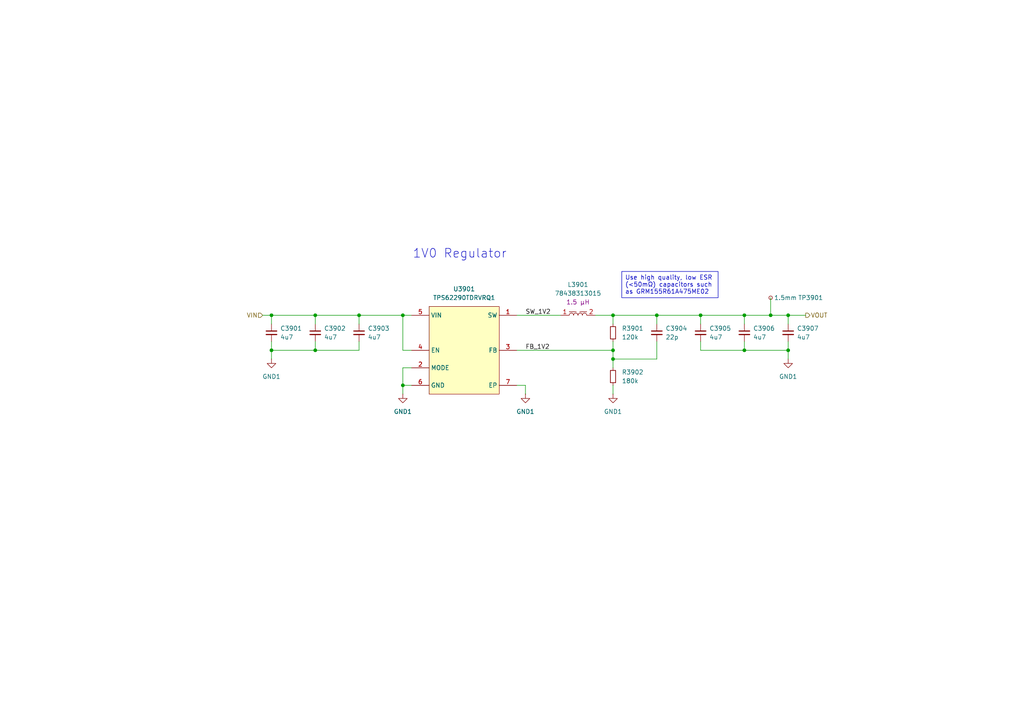
<source format=kicad_sch>
(kicad_sch
	(version 20250114)
	(generator "eeschema")
	(generator_version "9.0")
	(uuid "f18fc87d-cbc7-4ed0-9079-b77cd4454c05")
	(paper "A4")
	(lib_symbols
		(symbol "Connector:TestPoint_Small"
			(pin_numbers
				(hide yes)
			)
			(pin_names
				(offset 0.762)
				(hide yes)
			)
			(exclude_from_sim no)
			(in_bom yes)
			(on_board yes)
			(property "Reference" "TP"
				(at 0 3.81 0)
				(effects
					(font
						(size 1.27 1.27)
					)
				)
			)
			(property "Value" "TestPoint_Small"
				(at 0 2.032 0)
				(effects
					(font
						(size 1.27 1.27)
					)
				)
			)
			(property "Footprint" ""
				(at 5.08 0 0)
				(effects
					(font
						(size 1.27 1.27)
					)
					(hide yes)
				)
			)
			(property "Datasheet" "~"
				(at 5.08 0 0)
				(effects
					(font
						(size 1.27 1.27)
					)
					(hide yes)
				)
			)
			(property "Description" "test point"
				(at 0 0 0)
				(effects
					(font
						(size 1.27 1.27)
					)
					(hide yes)
				)
			)
			(property "ki_keywords" "test point tp"
				(at 0 0 0)
				(effects
					(font
						(size 1.27 1.27)
					)
					(hide yes)
				)
			)
			(property "ki_fp_filters" "Pin* Test*"
				(at 0 0 0)
				(effects
					(font
						(size 1.27 1.27)
					)
					(hide yes)
				)
			)
			(symbol "TestPoint_Small_0_1"
				(circle
					(center 0 0)
					(radius 0.508)
					(stroke
						(width 0)
						(type default)
					)
					(fill
						(type none)
					)
				)
			)
			(symbol "TestPoint_Small_1_1"
				(pin passive line
					(at 0 0 90)
					(length 0)
					(name "1"
						(effects
							(font
								(size 1.27 1.27)
							)
						)
					)
					(number "1"
						(effects
							(font
								(size 1.27 1.27)
							)
						)
					)
				)
			)
			(embedded_fonts no)
		)
		(symbol "Device:C_Small"
			(pin_numbers
				(hide yes)
			)
			(pin_names
				(offset 0.254)
				(hide yes)
			)
			(exclude_from_sim no)
			(in_bom yes)
			(on_board yes)
			(property "Reference" "C"
				(at 0.254 1.778 0)
				(effects
					(font
						(size 1.27 1.27)
					)
					(justify left)
				)
			)
			(property "Value" "C_Small"
				(at 0.254 -2.032 0)
				(effects
					(font
						(size 1.27 1.27)
					)
					(justify left)
				)
			)
			(property "Footprint" ""
				(at 0 0 0)
				(effects
					(font
						(size 1.27 1.27)
					)
					(hide yes)
				)
			)
			(property "Datasheet" "~"
				(at 0 0 0)
				(effects
					(font
						(size 1.27 1.27)
					)
					(hide yes)
				)
			)
			(property "Description" "Unpolarized capacitor, small symbol"
				(at 0 0 0)
				(effects
					(font
						(size 1.27 1.27)
					)
					(hide yes)
				)
			)
			(property "ki_keywords" "capacitor cap"
				(at 0 0 0)
				(effects
					(font
						(size 1.27 1.27)
					)
					(hide yes)
				)
			)
			(property "ki_fp_filters" "C_*"
				(at 0 0 0)
				(effects
					(font
						(size 1.27 1.27)
					)
					(hide yes)
				)
			)
			(symbol "C_Small_0_1"
				(polyline
					(pts
						(xy -1.524 0.508) (xy 1.524 0.508)
					)
					(stroke
						(width 0.3048)
						(type default)
					)
					(fill
						(type none)
					)
				)
				(polyline
					(pts
						(xy -1.524 -0.508) (xy 1.524 -0.508)
					)
					(stroke
						(width 0.3302)
						(type default)
					)
					(fill
						(type none)
					)
				)
			)
			(symbol "C_Small_1_1"
				(pin passive line
					(at 0 2.54 270)
					(length 2.032)
					(name "~"
						(effects
							(font
								(size 1.27 1.27)
							)
						)
					)
					(number "1"
						(effects
							(font
								(size 1.27 1.27)
							)
						)
					)
				)
				(pin passive line
					(at 0 -2.54 90)
					(length 2.032)
					(name "~"
						(effects
							(font
								(size 1.27 1.27)
							)
						)
					)
					(number "2"
						(effects
							(font
								(size 1.27 1.27)
							)
						)
					)
				)
			)
			(embedded_fonts no)
		)
		(symbol "Device:R_Small"
			(pin_numbers
				(hide yes)
			)
			(pin_names
				(offset 0.254)
				(hide yes)
			)
			(exclude_from_sim no)
			(in_bom yes)
			(on_board yes)
			(property "Reference" "R"
				(at 0 0 90)
				(effects
					(font
						(size 1.016 1.016)
					)
				)
			)
			(property "Value" "R_Small"
				(at 1.778 0 90)
				(effects
					(font
						(size 1.27 1.27)
					)
				)
			)
			(property "Footprint" ""
				(at 0 0 0)
				(effects
					(font
						(size 1.27 1.27)
					)
					(hide yes)
				)
			)
			(property "Datasheet" "~"
				(at 0 0 0)
				(effects
					(font
						(size 1.27 1.27)
					)
					(hide yes)
				)
			)
			(property "Description" "Resistor, small symbol"
				(at 0 0 0)
				(effects
					(font
						(size 1.27 1.27)
					)
					(hide yes)
				)
			)
			(property "ki_keywords" "R resistor"
				(at 0 0 0)
				(effects
					(font
						(size 1.27 1.27)
					)
					(hide yes)
				)
			)
			(property "ki_fp_filters" "R_*"
				(at 0 0 0)
				(effects
					(font
						(size 1.27 1.27)
					)
					(hide yes)
				)
			)
			(symbol "R_Small_0_1"
				(rectangle
					(start -0.762 1.778)
					(end 0.762 -1.778)
					(stroke
						(width 0.2032)
						(type default)
					)
					(fill
						(type none)
					)
				)
			)
			(symbol "R_Small_1_1"
				(pin passive line
					(at 0 2.54 270)
					(length 0.762)
					(name "~"
						(effects
							(font
								(size 1.27 1.27)
							)
						)
					)
					(number "1"
						(effects
							(font
								(size 1.27 1.27)
							)
						)
					)
				)
				(pin passive line
					(at 0 -2.54 90)
					(length 0.762)
					(name "~"
						(effects
							(font
								(size 1.27 1.27)
							)
						)
					)
					(number "2"
						(effects
							(font
								(size 1.27 1.27)
							)
						)
					)
				)
			)
			(embedded_fonts no)
		)
		(symbol "PWR-IND:1610_78438313015"
			(pin_names
				(hide yes)
			)
			(exclude_from_sim no)
			(in_bom yes)
			(on_board yes)
			(property "Reference" "L"
				(at 0 8.89 0)
				(effects
					(font
						(size 1.27 1.27)
					)
				)
			)
			(property "Value" "78438313015"
				(at 0 6.35 0)
				(effects
					(font
						(size 1.27 1.27)
					)
				)
			)
			(property "Footprint" "project_footprints:L_Wurth_WE-MAIA-1610"
				(at 12.7 20.32 0)
				(effects
					(font
						(size 1.27 1.27)
					)
					(justify left)
					(hide yes)
				)
			)
			(property "Datasheet" "https://www.we-online.com/catalog/datasheet/78438313015.pdf?ki"
				(at 12.7 17.78 0)
				(effects
					(font
						(size 1.27 1.27)
					)
					(justify left)
					(hide yes)
				)
			)
			(property "Description" "Single Coil Power Inductor"
				(at 0 0 0)
				(effects
					(font
						(size 1.27 1.27)
					)
					(hide yes)
				)
			)
			(property "Manufacturer" "Wurth Elektronik"
				(at 12.7 15.24 0)
				(effects
					(font
						(size 1.27 1.27)
					)
					(justify left)
					(hide yes)
				)
			)
			(property "Manufacturer URL" "https://www.we-online.com"
				(at 12.7 12.7 0)
				(effects
					(font
						(size 1.27 1.27)
					)
					(justify left)
					(hide yes)
				)
			)
			(property "Published Date" "20250429"
				(at 12.7 10.16 0)
				(effects
					(font
						(size 1.27 1.27)
					)
					(justify left)
					(hide yes)
				)
			)
			(property "Match Code" "WE-MAIA"
				(at 12.7 7.62 0)
				(effects
					(font
						(size 1.27 1.27)
					)
					(justify left)
					(hide yes)
				)
			)
			(property "Part Number" "78438313015"
				(at 12.7 5.08 0)
				(effects
					(font
						(size 1.27 1.27)
					)
					(justify left)
					(hide yes)
				)
			)
			(property "Size" "1610"
				(at 12.7 2.54 0)
				(effects
					(font
						(size 1.27 1.27)
					)
					(justify left)
					(hide yes)
				)
			)
			(property "Mounting Technology" "SMT"
				(at 12.7 0 0)
				(effects
					(font
						(size 1.27 1.27)
					)
					(justify left)
					(hide yes)
				)
			)
			(property "L (µH)" "1.5"
				(at 12.7 -2.54 0)
				(effects
					(font
						(size 1.27 1.27)
					)
					(justify left)
					(hide yes)
				)
			)
			(property "ISAT,10% (A)" "1.8"
				(at 12.7 -5.08 0)
				(effects
					(font
						(size 1.27 1.27)
					)
					(justify left)
					(hide yes)
				)
			)
			(property "ISAT,30% (A)" "3.45"
				(at 12.7 -7.62 0)
				(effects
					(font
						(size 1.27 1.27)
					)
					(justify left)
					(hide yes)
				)
			)
			(property "RDC max. (mΩ)" "237.0"
				(at 12.7 -10.16 0)
				(effects
					(font
						(size 1.27 1.27)
					)
					(justify left)
					(hide yes)
				)
			)
			(property "fres (MHz)" "90.0"
				(at 12.7 -12.7 0)
				(effects
					(font
						(size 1.27 1.27)
					)
					(justify left)
					(hide yes)
				)
			)
			(property "IRP,40K (A)" "1.8"
				(at 12.7 -15.24 0)
				(effects
					(font
						(size 1.27 1.27)
					)
					(justify left)
					(hide yes)
				)
			)
			(property "Critical Parameter" "1.5 µH"
				(at 0 3.81 0)
				(effects
					(font
						(size 1.27 1.27)
					)
				)
			)
			(property "ki_keywords" "SMT"
				(at 0 0 0)
				(effects
					(font
						(size 1.27 1.27)
					)
					(hide yes)
				)
			)
			(property "ki_fp_filters" "*WE-MAIA*1610*"
				(at 0 0 0)
				(effects
					(font
						(size 1.27 1.27)
					)
					(hide yes)
				)
			)
			(symbol "1610_78438313015_0_1"
				(polyline
					(pts
						(xy -2.54 1.016) (xy -0.508 1.016)
					)
					(stroke
						(width 0)
						(type default)
					)
					(fill
						(type none)
					)
				)
				(arc
					(start -2.54 0)
					(mid -1.905 0.6323)
					(end -1.27 0)
					(stroke
						(width 0)
						(type default)
					)
					(fill
						(type none)
					)
				)
				(arc
					(start -1.27 0)
					(mid -0.635 0.6323)
					(end 0 0)
					(stroke
						(width 0)
						(type default)
					)
					(fill
						(type none)
					)
				)
				(arc
					(start 0 0)
					(mid 0.635 0.6323)
					(end 1.27 0)
					(stroke
						(width 0)
						(type default)
					)
					(fill
						(type none)
					)
				)
				(arc
					(start 1.27 0)
					(mid 1.905 0.6323)
					(end 2.54 0)
					(stroke
						(width 0)
						(type default)
					)
					(fill
						(type none)
					)
				)
			)
			(symbol "1610_78438313015_1_1"
				(polyline
					(pts
						(xy 2.54 1.016) (xy 0.508 1.016)
					)
					(stroke
						(width 0)
						(type default)
					)
					(fill
						(type none)
					)
				)
				(pin power_in line
					(at -5.08 0 0)
					(length 2.54)
					(name "1"
						(effects
							(font
								(size 1.27 1.27)
							)
						)
					)
					(number "1"
						(effects
							(font
								(size 1.27 1.27)
							)
						)
					)
				)
				(pin power_out line
					(at 5.08 0 180)
					(length 2.54)
					(name "2"
						(effects
							(font
								(size 1.27 1.27)
							)
						)
					)
					(number "2"
						(effects
							(font
								(size 1.27 1.27)
							)
						)
					)
				)
			)
			(embedded_fonts no)
		)
		(symbol "PWR-SMPS:TPS62290TDRVRQ1"
			(exclude_from_sim no)
			(in_bom yes)
			(on_board yes)
			(property "Reference" "U"
				(at 0 5.08 0)
				(effects
					(font
						(size 1.27 1.27)
					)
				)
			)
			(property "Value" "TPS62290TDRVRQ1"
				(at 0 2.54 0)
				(effects
					(font
						(size 1.27 1.27)
					)
				)
			)
			(property "Footprint" "project_footprints:SON65P200X200X80-7N"
				(at 26.67 -94.92 0)
				(effects
					(font
						(size 1.27 1.27)
					)
					(justify left top)
					(hide yes)
				)
			)
			(property "Datasheet" "http://www.ti.com/lit/gpn/tps62290-q1"
				(at 26.67 -194.92 0)
				(effects
					(font
						(size 1.27 1.27)
					)
					(justify left top)
					(hide yes)
				)
			)
			(property "Description" "Automotive 2.3V to 6V, 2.25MHz Fixed Frequency 1A Buck Converter in 2x2mm SON/TSOT23 Package"
				(at 0 -27.94 0)
				(effects
					(font
						(size 1.27 1.27)
					)
					(hide yes)
				)
			)
			(property "Height" "0.8"
				(at 26.67 -394.92 0)
				(effects
					(font
						(size 1.27 1.27)
					)
					(justify left top)
					(hide yes)
				)
			)
			(property "Mouser Part Number" "595-TPS62290TDRVRQ1"
				(at 26.67 -494.92 0)
				(effects
					(font
						(size 1.27 1.27)
					)
					(justify left top)
					(hide yes)
				)
			)
			(property "Mouser Price/Stock" "https://www.mouser.co.uk/ProductDetail/Texas-Instruments/TPS62290TDRVRQ1?qs=NiBvnJE4bX0YWtuMnJowVQ%3D%3D"
				(at 26.67 -594.92 0)
				(effects
					(font
						(size 1.27 1.27)
					)
					(justify left top)
					(hide yes)
				)
			)
			(property "Manufacturer_Name" "Texas Instruments"
				(at 26.67 -694.92 0)
				(effects
					(font
						(size 1.27 1.27)
					)
					(justify left top)
					(hide yes)
				)
			)
			(property "Manufacturer_Part_Number" "TPS62290TDRVRQ1"
				(at 26.67 -794.92 0)
				(effects
					(font
						(size 1.27 1.27)
					)
					(justify left top)
					(hide yes)
				)
			)
			(symbol "TPS62290TDRVRQ1_1_1"
				(rectangle
					(start -10.16 0)
					(end 10.16 -25.4)
					(stroke
						(width 0)
						(type solid)
					)
					(fill
						(type background)
					)
				)
				(pin power_in line
					(at -15.24 -2.54 0)
					(length 5.08)
					(name "VIN"
						(effects
							(font
								(size 1.27 1.27)
							)
						)
					)
					(number "5"
						(effects
							(font
								(size 1.27 1.27)
							)
						)
					)
				)
				(pin input line
					(at -15.24 -12.7 0)
					(length 5.08)
					(name "EN"
						(effects
							(font
								(size 1.27 1.27)
							)
						)
					)
					(number "4"
						(effects
							(font
								(size 1.27 1.27)
							)
						)
					)
				)
				(pin input line
					(at -15.24 -17.78 0)
					(length 5.08)
					(name "MODE"
						(effects
							(font
								(size 1.27 1.27)
							)
						)
					)
					(number "2"
						(effects
							(font
								(size 1.27 1.27)
							)
						)
					)
				)
				(pin power_in line
					(at -15.24 -22.86 0)
					(length 5.08)
					(name "GND"
						(effects
							(font
								(size 1.27 1.27)
							)
						)
					)
					(number "6"
						(effects
							(font
								(size 1.27 1.27)
							)
						)
					)
				)
				(pin power_out line
					(at 15.24 -2.54 180)
					(length 5.08)
					(name "SW"
						(effects
							(font
								(size 1.27 1.27)
							)
						)
					)
					(number "1"
						(effects
							(font
								(size 1.27 1.27)
							)
						)
					)
				)
				(pin input line
					(at 15.24 -12.7 180)
					(length 5.08)
					(name "FB"
						(effects
							(font
								(size 1.27 1.27)
							)
						)
					)
					(number "3"
						(effects
							(font
								(size 1.27 1.27)
							)
						)
					)
				)
				(pin power_in line
					(at 15.24 -22.86 180)
					(length 5.08)
					(name "EP"
						(effects
							(font
								(size 1.27 1.27)
							)
						)
					)
					(number "7"
						(effects
							(font
								(size 1.27 1.27)
							)
						)
					)
				)
			)
			(embedded_fonts no)
		)
		(symbol "power:GND1"
			(power)
			(pin_numbers
				(hide yes)
			)
			(pin_names
				(offset 0)
				(hide yes)
			)
			(exclude_from_sim no)
			(in_bom yes)
			(on_board yes)
			(property "Reference" "#PWR"
				(at 0 -6.35 0)
				(effects
					(font
						(size 1.27 1.27)
					)
					(hide yes)
				)
			)
			(property "Value" "GND1"
				(at 0 -3.81 0)
				(effects
					(font
						(size 1.27 1.27)
					)
				)
			)
			(property "Footprint" ""
				(at 0 0 0)
				(effects
					(font
						(size 1.27 1.27)
					)
					(hide yes)
				)
			)
			(property "Datasheet" ""
				(at 0 0 0)
				(effects
					(font
						(size 1.27 1.27)
					)
					(hide yes)
				)
			)
			(property "Description" "Power symbol creates a global label with name \"GND1\" , ground"
				(at 0 0 0)
				(effects
					(font
						(size 1.27 1.27)
					)
					(hide yes)
				)
			)
			(property "ki_keywords" "global power"
				(at 0 0 0)
				(effects
					(font
						(size 1.27 1.27)
					)
					(hide yes)
				)
			)
			(symbol "GND1_0_1"
				(polyline
					(pts
						(xy 0 0) (xy 0 -1.27) (xy 1.27 -1.27) (xy 0 -2.54) (xy -1.27 -1.27) (xy 0 -1.27)
					)
					(stroke
						(width 0)
						(type default)
					)
					(fill
						(type none)
					)
				)
			)
			(symbol "GND1_1_1"
				(pin power_in line
					(at 0 0 270)
					(length 0)
					(name "~"
						(effects
							(font
								(size 1.27 1.27)
							)
						)
					)
					(number "1"
						(effects
							(font
								(size 1.27 1.27)
							)
						)
					)
				)
			)
			(embedded_fonts no)
		)
	)
	(text "1V0 Regulator"
		(exclude_from_sim no)
		(at 133.35 73.66 0)
		(effects
			(font
				(size 2.54 2.54)
			)
		)
		(uuid "f229725b-fc03-49f5-b32c-4fa5f914bfb4")
	)
	(text_box "Use high quality, low ESR (<50mΩ) capacitors such as GRM155R61A475ME02"
		(exclude_from_sim no)
		(at 180.34 78.74 0)
		(size 27.94 7.62)
		(margins 0.9525 0.9525 0.9525 0.9525)
		(stroke
			(width 0)
			(type solid)
		)
		(fill
			(type none)
		)
		(effects
			(font
				(size 1.27 1.27)
			)
			(justify left top)
		)
		(uuid "b9f21bfd-2f4d-4c5d-aa0d-60850ca24703")
	)
	(junction
		(at 116.84 111.76)
		(diameter 0)
		(color 0 0 0 0)
		(uuid "01b92895-fb86-4eab-a5e8-9af319f29eee")
	)
	(junction
		(at 228.6 91.44)
		(diameter 0)
		(color 0 0 0 0)
		(uuid "07f53afa-8775-435c-956c-89d03b57c85b")
	)
	(junction
		(at 177.8 91.44)
		(diameter 0)
		(color 0 0 0 0)
		(uuid "287ecbe5-ce81-4cf0-a81c-ca5ea191b52a")
	)
	(junction
		(at 104.14 91.44)
		(diameter 0)
		(color 0 0 0 0)
		(uuid "3478b9dd-69e8-40be-b4fc-2570d3181204")
	)
	(junction
		(at 177.8 104.14)
		(diameter 0)
		(color 0 0 0 0)
		(uuid "42d1b528-43a9-4ed3-994c-a879b549bbf4")
	)
	(junction
		(at 215.9 101.6)
		(diameter 0)
		(color 0 0 0 0)
		(uuid "458c3ef2-730d-4fd4-8e53-fe6777e7f87a")
	)
	(junction
		(at 223.52 91.44)
		(diameter 0)
		(color 0 0 0 0)
		(uuid "56750e4d-58d0-476f-994f-d8f01a7f0e80")
	)
	(junction
		(at 203.2 91.44)
		(diameter 0)
		(color 0 0 0 0)
		(uuid "571488f0-497b-4398-97e3-bd1c8a11077d")
	)
	(junction
		(at 215.9 91.44)
		(diameter 0)
		(color 0 0 0 0)
		(uuid "5d811618-7bc3-4a46-aa99-08c9e60ee436")
	)
	(junction
		(at 78.74 91.44)
		(diameter 0)
		(color 0 0 0 0)
		(uuid "7f0d62f7-c905-44d3-abec-d2f83c53df24")
	)
	(junction
		(at 116.84 91.44)
		(diameter 0)
		(color 0 0 0 0)
		(uuid "962c4502-f99a-4cdf-a593-fd97cfe96525")
	)
	(junction
		(at 78.74 101.6)
		(diameter 0)
		(color 0 0 0 0)
		(uuid "ab8134dd-aa8f-4832-bab1-d3262f468d1f")
	)
	(junction
		(at 228.6 101.6)
		(diameter 0)
		(color 0 0 0 0)
		(uuid "c3f6411a-519c-41f4-af08-2e4750803706")
	)
	(junction
		(at 91.44 91.44)
		(diameter 0)
		(color 0 0 0 0)
		(uuid "da93deb1-8b33-406b-a8ba-b10c25e20385")
	)
	(junction
		(at 177.8 101.6)
		(diameter 0)
		(color 0 0 0 0)
		(uuid "dd7f3f1d-2d16-4a90-a24f-b54ce51a7225")
	)
	(junction
		(at 190.5 91.44)
		(diameter 0)
		(color 0 0 0 0)
		(uuid "f4b61de4-d8b1-49f4-b1cf-09d9835a0821")
	)
	(junction
		(at 91.44 101.6)
		(diameter 0)
		(color 0 0 0 0)
		(uuid "fa15b4e2-2af1-4c3e-9b4a-f110d55ba3d9")
	)
	(wire
		(pts
			(xy 91.44 99.06) (xy 91.44 101.6)
		)
		(stroke
			(width 0)
			(type default)
		)
		(uuid "034973a6-94c3-4a5e-b3d8-af7bf14804a7")
	)
	(wire
		(pts
			(xy 177.8 99.06) (xy 177.8 101.6)
		)
		(stroke
			(width 0)
			(type default)
		)
		(uuid "098d45b2-3f8b-4473-b6c1-d19eb4a73036")
	)
	(wire
		(pts
			(xy 152.4 114.3) (xy 152.4 111.76)
		)
		(stroke
			(width 0)
			(type default)
		)
		(uuid "0a627897-f1ea-41b4-8187-fafe74363c46")
	)
	(wire
		(pts
			(xy 190.5 104.14) (xy 177.8 104.14)
		)
		(stroke
			(width 0)
			(type default)
		)
		(uuid "10b2ba30-5a1c-4c6c-9a18-63b3eada1931")
	)
	(wire
		(pts
			(xy 119.38 106.68) (xy 116.84 106.68)
		)
		(stroke
			(width 0)
			(type default)
		)
		(uuid "13d588c5-f529-4eb0-95c1-d47857e42067")
	)
	(wire
		(pts
			(xy 116.84 91.44) (xy 119.38 91.44)
		)
		(stroke
			(width 0)
			(type default)
		)
		(uuid "15b29666-fc5c-47b8-b788-75cced1c8c67")
	)
	(wire
		(pts
			(xy 228.6 104.14) (xy 228.6 101.6)
		)
		(stroke
			(width 0)
			(type default)
		)
		(uuid "17132533-dd76-471c-bbb8-5417ca4f2012")
	)
	(wire
		(pts
			(xy 177.8 101.6) (xy 177.8 104.14)
		)
		(stroke
			(width 0)
			(type default)
		)
		(uuid "2482a7f7-6e73-4732-822a-0c8b6d46b567")
	)
	(wire
		(pts
			(xy 190.5 99.06) (xy 190.5 104.14)
		)
		(stroke
			(width 0)
			(type default)
		)
		(uuid "2b7a5a64-64a7-4417-8e7a-be38fb7f28fe")
	)
	(wire
		(pts
			(xy 177.8 91.44) (xy 177.8 93.98)
		)
		(stroke
			(width 0)
			(type default)
		)
		(uuid "3121e0f8-7a40-464c-a95a-f004ecd92e7e")
	)
	(wire
		(pts
			(xy 78.74 99.06) (xy 78.74 101.6)
		)
		(stroke
			(width 0)
			(type default)
		)
		(uuid "35740dcf-ac64-408b-8923-32572d8916c1")
	)
	(wire
		(pts
			(xy 91.44 91.44) (xy 91.44 93.98)
		)
		(stroke
			(width 0)
			(type default)
		)
		(uuid "4001cfc3-5b8f-4d67-85ba-9b96cae74ec3")
	)
	(wire
		(pts
			(xy 116.84 106.68) (xy 116.84 111.76)
		)
		(stroke
			(width 0)
			(type default)
		)
		(uuid "43f29f0c-fa21-40ef-a61f-b93f124e9fe5")
	)
	(wire
		(pts
			(xy 203.2 91.44) (xy 203.2 93.98)
		)
		(stroke
			(width 0)
			(type default)
		)
		(uuid "4a43cb3e-1d7b-4210-9b5e-f4c3b2d92b57")
	)
	(wire
		(pts
			(xy 203.2 91.44) (xy 215.9 91.44)
		)
		(stroke
			(width 0)
			(type default)
		)
		(uuid "4b430dc4-3e83-4e3a-b6ef-2f1eb9fd9ae2")
	)
	(wire
		(pts
			(xy 149.86 91.44) (xy 162.56 91.44)
		)
		(stroke
			(width 0)
			(type default)
		)
		(uuid "4c6e631a-2871-465e-9c6a-e6acf8f625fe")
	)
	(wire
		(pts
			(xy 104.14 99.06) (xy 104.14 101.6)
		)
		(stroke
			(width 0)
			(type default)
		)
		(uuid "4f8a1156-bcb6-47d7-982a-d77d6acc95fe")
	)
	(wire
		(pts
			(xy 177.8 111.76) (xy 177.8 114.3)
		)
		(stroke
			(width 0)
			(type default)
		)
		(uuid "5cb460b8-772c-4dc3-9325-b3c5a58d2db8")
	)
	(wire
		(pts
			(xy 215.9 91.44) (xy 223.52 91.44)
		)
		(stroke
			(width 0)
			(type default)
		)
		(uuid "5cd92263-b9d2-448c-ae05-4c55d462c73e")
	)
	(wire
		(pts
			(xy 215.9 91.44) (xy 215.9 93.98)
		)
		(stroke
			(width 0)
			(type default)
		)
		(uuid "5e829737-7cfe-43f6-bb5f-63c45da9c72f")
	)
	(wire
		(pts
			(xy 119.38 101.6) (xy 116.84 101.6)
		)
		(stroke
			(width 0)
			(type default)
		)
		(uuid "61d72bb2-923a-4f36-b21b-88e1bb8d3d6e")
	)
	(wire
		(pts
			(xy 119.38 111.76) (xy 116.84 111.76)
		)
		(stroke
			(width 0)
			(type default)
		)
		(uuid "659fa528-616c-45ed-95d7-51f3216358fb")
	)
	(wire
		(pts
			(xy 149.86 101.6) (xy 177.8 101.6)
		)
		(stroke
			(width 0)
			(type default)
		)
		(uuid "66af6b38-20bd-4760-abeb-d68cf3973d85")
	)
	(wire
		(pts
			(xy 228.6 99.06) (xy 228.6 101.6)
		)
		(stroke
			(width 0)
			(type default)
		)
		(uuid "6c678170-c407-40c0-a24a-200ae7389d40")
	)
	(wire
		(pts
			(xy 228.6 101.6) (xy 215.9 101.6)
		)
		(stroke
			(width 0)
			(type default)
		)
		(uuid "6d965130-f7c2-44e4-9b14-207bd0853ed5")
	)
	(wire
		(pts
			(xy 78.74 91.44) (xy 91.44 91.44)
		)
		(stroke
			(width 0)
			(type default)
		)
		(uuid "71ae0d5e-adae-4334-9fb6-fbbc1bed3de6")
	)
	(wire
		(pts
			(xy 223.52 91.44) (xy 228.6 91.44)
		)
		(stroke
			(width 0)
			(type default)
		)
		(uuid "75608a77-fde6-4596-b9ff-5f095deed114")
	)
	(wire
		(pts
			(xy 104.14 91.44) (xy 116.84 91.44)
		)
		(stroke
			(width 0)
			(type default)
		)
		(uuid "7b8d5bcb-00a6-446b-bf6a-39d9ea36a0c4")
	)
	(wire
		(pts
			(xy 78.74 104.14) (xy 78.74 101.6)
		)
		(stroke
			(width 0)
			(type default)
		)
		(uuid "835d2ca4-6d0a-4cb4-b9fd-3d68f78be6dd")
	)
	(wire
		(pts
			(xy 228.6 91.44) (xy 228.6 93.98)
		)
		(stroke
			(width 0)
			(type default)
		)
		(uuid "8860a072-79ee-4339-b42d-e8d9cf927338")
	)
	(wire
		(pts
			(xy 172.72 91.44) (xy 177.8 91.44)
		)
		(stroke
			(width 0)
			(type default)
		)
		(uuid "8eab1f65-021d-4699-a19a-30e4c2b1b10c")
	)
	(wire
		(pts
			(xy 223.52 86.36) (xy 223.52 91.44)
		)
		(stroke
			(width 0)
			(type default)
		)
		(uuid "a246aad2-354e-4a0e-8a06-f609792c2651")
	)
	(wire
		(pts
			(xy 91.44 101.6) (xy 104.14 101.6)
		)
		(stroke
			(width 0)
			(type default)
		)
		(uuid "a5418849-bf24-4c05-847d-ac73b4926463")
	)
	(wire
		(pts
			(xy 91.44 91.44) (xy 104.14 91.44)
		)
		(stroke
			(width 0)
			(type default)
		)
		(uuid "a6799fd0-23df-41ca-bd72-3cf26f19f771")
	)
	(wire
		(pts
			(xy 76.2 91.44) (xy 78.74 91.44)
		)
		(stroke
			(width 0)
			(type default)
		)
		(uuid "ae0ac073-a542-4468-95fb-16e9d572afb3")
	)
	(wire
		(pts
			(xy 215.9 99.06) (xy 215.9 101.6)
		)
		(stroke
			(width 0)
			(type default)
		)
		(uuid "b300fdb8-19d8-441b-8530-a209bd4c4116")
	)
	(wire
		(pts
			(xy 116.84 111.76) (xy 116.84 114.3)
		)
		(stroke
			(width 0)
			(type default)
		)
		(uuid "b6210586-487b-4c04-a058-2f3800cf422f")
	)
	(wire
		(pts
			(xy 190.5 91.44) (xy 203.2 91.44)
		)
		(stroke
			(width 0)
			(type default)
		)
		(uuid "b8abbc0d-7ce1-4e05-a82b-6f8ff72bd6ea")
	)
	(wire
		(pts
			(xy 228.6 91.44) (xy 233.68 91.44)
		)
		(stroke
			(width 0)
			(type default)
		)
		(uuid "c02c9c1c-49de-4f45-9e2c-692c67e95377")
	)
	(wire
		(pts
			(xy 177.8 91.44) (xy 190.5 91.44)
		)
		(stroke
			(width 0)
			(type default)
		)
		(uuid "c81a4f4a-279b-4185-a7b9-97ed91094dd3")
	)
	(wire
		(pts
			(xy 203.2 101.6) (xy 215.9 101.6)
		)
		(stroke
			(width 0)
			(type default)
		)
		(uuid "cf2f9a8c-91c2-41df-8c2c-f22882038523")
	)
	(wire
		(pts
			(xy 104.14 91.44) (xy 104.14 93.98)
		)
		(stroke
			(width 0)
			(type default)
		)
		(uuid "d6830176-a11f-46f1-9eb1-066e29e33337")
	)
	(wire
		(pts
			(xy 78.74 91.44) (xy 78.74 93.98)
		)
		(stroke
			(width 0)
			(type default)
		)
		(uuid "ddcc368a-b0a1-49e3-9fcb-fc23b7e7dcdf")
	)
	(wire
		(pts
			(xy 78.74 101.6) (xy 91.44 101.6)
		)
		(stroke
			(width 0)
			(type default)
		)
		(uuid "e6d75d64-1b66-4197-a0ea-7f762a1424d1")
	)
	(wire
		(pts
			(xy 116.84 91.44) (xy 116.84 101.6)
		)
		(stroke
			(width 0)
			(type default)
		)
		(uuid "e7db2d6c-23b2-420c-97c6-3b8616e10e3c")
	)
	(wire
		(pts
			(xy 203.2 99.06) (xy 203.2 101.6)
		)
		(stroke
			(width 0)
			(type default)
		)
		(uuid "ece61145-ccf3-4032-b846-744751a89b43")
	)
	(wire
		(pts
			(xy 190.5 91.44) (xy 190.5 93.98)
		)
		(stroke
			(width 0)
			(type default)
		)
		(uuid "faadb2b6-31fd-4df6-9ff9-c447c4a43638")
	)
	(wire
		(pts
			(xy 152.4 111.76) (xy 149.86 111.76)
		)
		(stroke
			(width 0)
			(type default)
		)
		(uuid "fda58e69-9037-4b65-a4d3-e952f2e1bf52")
	)
	(wire
		(pts
			(xy 177.8 104.14) (xy 177.8 106.68)
		)
		(stroke
			(width 0)
			(type default)
		)
		(uuid "fef523e9-bf33-449e-b879-71f21c0b5e14")
	)
	(label "FB_1V2"
		(at 152.4 101.6 0)
		(effects
			(font
				(size 1.27 1.27)
			)
			(justify left bottom)
		)
		(uuid "082f90b5-b776-445a-b644-cc889c09529b")
	)
	(label "SW_1V2"
		(at 152.4 91.44 0)
		(effects
			(font
				(size 1.27 1.27)
			)
			(justify left bottom)
		)
		(uuid "b48c968f-a9e3-4efc-bcce-5828f1a94c87")
	)
	(hierarchical_label "VIN"
		(shape input)
		(at 76.2 91.44 180)
		(effects
			(font
				(size 1.27 1.27)
			)
			(justify right)
		)
		(uuid "5e0cc9ba-f763-4484-8e62-c6520c624610")
	)
	(hierarchical_label "VOUT"
		(shape output)
		(at 233.68 91.44 0)
		(effects
			(font
				(size 1.27 1.27)
			)
			(justify left)
		)
		(uuid "ef7ef726-60bb-449d-8ab7-49bc059bf2c0")
	)
	(symbol
		(lib_id "PWR-SMPS:TPS62290TDRVRQ1")
		(at 134.62 88.9 0)
		(unit 1)
		(exclude_from_sim no)
		(in_bom yes)
		(on_board yes)
		(dnp no)
		(fields_autoplaced yes)
		(uuid "036f0ce8-271f-4ea9-8ff2-a4d517fd8581")
		(property "Reference" "U3901"
			(at 134.62 83.82 0)
			(effects
				(font
					(size 1.27 1.27)
				)
			)
		)
		(property "Value" "TPS62290TDRVRQ1"
			(at 134.62 86.36 0)
			(effects
				(font
					(size 1.27 1.27)
				)
			)
		)
		(property "Footprint" "project_footprints:SON65P200X200X80-7N"
			(at 161.29 183.82 0)
			(effects
				(font
					(size 1.27 1.27)
				)
				(justify left top)
				(hide yes)
			)
		)
		(property "Datasheet" "http://www.ti.com/lit/gpn/tps62290-q1"
			(at 161.29 283.82 0)
			(effects
				(font
					(size 1.27 1.27)
				)
				(justify left top)
				(hide yes)
			)
		)
		(property "Description" "Automotive 2.3V to 6V, 2.25MHz Fixed Frequency 1A Buck Converter in 2x2mm SON/TSOT23 Package"
			(at 134.62 116.84 0)
			(effects
				(font
					(size 1.27 1.27)
				)
				(hide yes)
			)
		)
		(property "Height" "0.8"
			(at 161.29 483.82 0)
			(effects
				(font
					(size 1.27 1.27)
				)
				(justify left top)
				(hide yes)
			)
		)
		(property "Mouser Part Number" "595-TPS62290TDRVRQ1"
			(at 161.29 583.82 0)
			(effects
				(font
					(size 1.27 1.27)
				)
				(justify left top)
				(hide yes)
			)
		)
		(property "Mouser Price/Stock" "https://www.mouser.co.uk/ProductDetail/Texas-Instruments/TPS62290TDRVRQ1?qs=NiBvnJE4bX0YWtuMnJowVQ%3D%3D"
			(at 161.29 683.82 0)
			(effects
				(font
					(size 1.27 1.27)
				)
				(justify left top)
				(hide yes)
			)
		)
		(property "Manufacturer_Name" "Texas Instruments"
			(at 161.29 783.82 0)
			(effects
				(font
					(size 1.27 1.27)
				)
				(justify left top)
				(hide yes)
			)
		)
		(property "Manufacturer_Part_Number" "TPS62290TDRVRQ1"
			(at 161.29 883.82 0)
			(effects
				(font
					(size 1.27 1.27)
				)
				(justify left top)
				(hide yes)
			)
		)
		(pin "1"
			(uuid "2845bd8b-e484-41cf-ac99-76554e8d15d5")
		)
		(pin "4"
			(uuid "62792e20-10c7-4681-a674-e8353eb8be37")
		)
		(pin "3"
			(uuid "0cfe71ad-08a1-438c-a514-b1fb9db7ad3e")
		)
		(pin "5"
			(uuid "e3c650a6-59a3-4aa6-9723-13fa50a944e5")
		)
		(pin "6"
			(uuid "f7b6bfd6-af49-48e1-a8c3-3eceb73f35a1")
		)
		(pin "7"
			(uuid "a9c6447b-95bf-43fc-b529-1224fbd8ae95")
		)
		(pin "2"
			(uuid "9ff9a8c9-f723-439d-90a9-d92b9e645059")
		)
		(instances
			(project "switch_main_v5"
				(path "/a5e57332-4284-4d3c-ab3c-13bc0ddb29b6/b1ff42f5-7cae-489e-9f8e-588cc93f3151/d017dddd-15df-4565-b589-89c8c78bc85c/325b08f4-dda3-4039-bd48-aafc20619525"
					(reference "U3901")
					(unit 1)
				)
			)
		)
	)
	(symbol
		(lib_id "power:GND1")
		(at 116.84 114.3 0)
		(unit 1)
		(exclude_from_sim no)
		(in_bom yes)
		(on_board yes)
		(dnp no)
		(fields_autoplaced yes)
		(uuid "086f9291-08fb-4dd5-b99e-435d606d2b8a")
		(property "Reference" "#PWR03902"
			(at 116.84 120.65 0)
			(effects
				(font
					(size 1.27 1.27)
				)
				(hide yes)
			)
		)
		(property "Value" "GND1"
			(at 116.84 119.38 0)
			(effects
				(font
					(size 1.27 1.27)
				)
			)
		)
		(property "Footprint" ""
			(at 116.84 114.3 0)
			(effects
				(font
					(size 1.27 1.27)
				)
				(hide yes)
			)
		)
		(property "Datasheet" ""
			(at 116.84 114.3 0)
			(effects
				(font
					(size 1.27 1.27)
				)
				(hide yes)
			)
		)
		(property "Description" "Power symbol creates a global label with name \"GND1\" , ground"
			(at 116.84 114.3 0)
			(effects
				(font
					(size 1.27 1.27)
				)
				(hide yes)
			)
		)
		(pin "1"
			(uuid "a472e267-8203-471c-8f5f-2299f62c1698")
		)
		(instances
			(project "switch_main_v5"
				(path "/a5e57332-4284-4d3c-ab3c-13bc0ddb29b6/b1ff42f5-7cae-489e-9f8e-588cc93f3151/d017dddd-15df-4565-b589-89c8c78bc85c/325b08f4-dda3-4039-bd48-aafc20619525"
					(reference "#PWR03902")
					(unit 1)
				)
			)
		)
	)
	(symbol
		(lib_id "Device:C_Small")
		(at 228.6 96.52 0)
		(unit 1)
		(exclude_from_sim no)
		(in_bom yes)
		(on_board yes)
		(dnp no)
		(fields_autoplaced yes)
		(uuid "0b4d50b2-b57d-4d61-a888-81cd4967ab39")
		(property "Reference" "C3907"
			(at 231.14 95.2562 0)
			(effects
				(font
					(size 1.27 1.27)
				)
				(justify left)
			)
		)
		(property "Value" "4u7"
			(at 231.14 97.7962 0)
			(effects
				(font
					(size 1.27 1.27)
				)
				(justify left)
			)
		)
		(property "Footprint" "Capacitor_SMD:C_0402_1005Metric"
			(at 228.6 96.52 0)
			(effects
				(font
					(size 1.27 1.27)
				)
				(hide yes)
			)
		)
		(property "Datasheet" "~"
			(at 228.6 96.52 0)
			(effects
				(font
					(size 1.27 1.27)
				)
				(hide yes)
			)
		)
		(property "Description" "Unpolarized capacitor, small symbol"
			(at 228.6 96.52 0)
			(effects
				(font
					(size 1.27 1.27)
				)
				(hide yes)
			)
		)
		(pin "1"
			(uuid "dca54419-9a32-4545-98c4-f94ee83a2b4a")
		)
		(pin "2"
			(uuid "575e243b-26da-4c77-9f27-84cb35444027")
		)
		(instances
			(project "switch_main_v5"
				(path "/a5e57332-4284-4d3c-ab3c-13bc0ddb29b6/b1ff42f5-7cae-489e-9f8e-588cc93f3151/d017dddd-15df-4565-b589-89c8c78bc85c/325b08f4-dda3-4039-bd48-aafc20619525"
					(reference "C3907")
					(unit 1)
				)
			)
		)
	)
	(symbol
		(lib_id "power:GND1")
		(at 177.8 114.3 0)
		(unit 1)
		(exclude_from_sim no)
		(in_bom yes)
		(on_board yes)
		(dnp no)
		(fields_autoplaced yes)
		(uuid "0ce9bc06-a863-4cb3-a356-bef7817e89ee")
		(property "Reference" "#PWR03904"
			(at 177.8 120.65 0)
			(effects
				(font
					(size 1.27 1.27)
				)
				(hide yes)
			)
		)
		(property "Value" "GND1"
			(at 177.8 119.38 0)
			(effects
				(font
					(size 1.27 1.27)
				)
			)
		)
		(property "Footprint" ""
			(at 177.8 114.3 0)
			(effects
				(font
					(size 1.27 1.27)
				)
				(hide yes)
			)
		)
		(property "Datasheet" ""
			(at 177.8 114.3 0)
			(effects
				(font
					(size 1.27 1.27)
				)
				(hide yes)
			)
		)
		(property "Description" "Power symbol creates a global label with name \"GND1\" , ground"
			(at 177.8 114.3 0)
			(effects
				(font
					(size 1.27 1.27)
				)
				(hide yes)
			)
		)
		(pin "1"
			(uuid "4eb2b47b-df4e-40e3-bc16-57229581f4e2")
		)
		(instances
			(project "switch_main_v5"
				(path "/a5e57332-4284-4d3c-ab3c-13bc0ddb29b6/b1ff42f5-7cae-489e-9f8e-588cc93f3151/d017dddd-15df-4565-b589-89c8c78bc85c/325b08f4-dda3-4039-bd48-aafc20619525"
					(reference "#PWR03904")
					(unit 1)
				)
			)
		)
	)
	(symbol
		(lib_id "Device:C_Small")
		(at 104.14 96.52 0)
		(unit 1)
		(exclude_from_sim no)
		(in_bom yes)
		(on_board yes)
		(dnp no)
		(uuid "2daad8ed-9a87-471f-abe8-d1eb7a469422")
		(property "Reference" "C3903"
			(at 106.68 95.2562 0)
			(effects
				(font
					(size 1.27 1.27)
				)
				(justify left)
			)
		)
		(property "Value" "4u7"
			(at 106.68 97.7962 0)
			(effects
				(font
					(size 1.27 1.27)
				)
				(justify left)
			)
		)
		(property "Footprint" "Capacitor_SMD:C_0402_1005Metric"
			(at 104.14 96.52 0)
			(effects
				(font
					(size 1.27 1.27)
				)
				(hide yes)
			)
		)
		(property "Datasheet" "~"
			(at 104.14 96.52 0)
			(effects
				(font
					(size 1.27 1.27)
				)
				(hide yes)
			)
		)
		(property "Description" "Unpolarized capacitor, small symbol"
			(at 104.14 96.52 0)
			(effects
				(font
					(size 1.27 1.27)
				)
				(hide yes)
			)
		)
		(pin "1"
			(uuid "5babc517-74eb-4961-add9-eb244521a5a0")
		)
		(pin "2"
			(uuid "792953a9-6f91-429f-81b2-d1469c28e6bc")
		)
		(instances
			(project "switch_main_v5"
				(path "/a5e57332-4284-4d3c-ab3c-13bc0ddb29b6/b1ff42f5-7cae-489e-9f8e-588cc93f3151/d017dddd-15df-4565-b589-89c8c78bc85c/325b08f4-dda3-4039-bd48-aafc20619525"
					(reference "C3903")
					(unit 1)
				)
			)
		)
	)
	(symbol
		(lib_id "Device:C_Small")
		(at 215.9 96.52 0)
		(unit 1)
		(exclude_from_sim no)
		(in_bom yes)
		(on_board yes)
		(dnp no)
		(fields_autoplaced yes)
		(uuid "31fe1e40-e499-41df-bec1-902c687f0fa3")
		(property "Reference" "C3906"
			(at 218.44 95.2562 0)
			(effects
				(font
					(size 1.27 1.27)
				)
				(justify left)
			)
		)
		(property "Value" "4u7"
			(at 218.44 97.7962 0)
			(effects
				(font
					(size 1.27 1.27)
				)
				(justify left)
			)
		)
		(property "Footprint" "Capacitor_SMD:C_0402_1005Metric"
			(at 215.9 96.52 0)
			(effects
				(font
					(size 1.27 1.27)
				)
				(hide yes)
			)
		)
		(property "Datasheet" "~"
			(at 215.9 96.52 0)
			(effects
				(font
					(size 1.27 1.27)
				)
				(hide yes)
			)
		)
		(property "Description" "Unpolarized capacitor, small symbol"
			(at 215.9 96.52 0)
			(effects
				(font
					(size 1.27 1.27)
				)
				(hide yes)
			)
		)
		(pin "1"
			(uuid "a2269160-28ba-4d3f-90a9-379c22e93243")
		)
		(pin "2"
			(uuid "31f32865-7f4a-4ee5-b7ea-02c550efa4f9")
		)
		(instances
			(project "switch_main_v5"
				(path "/a5e57332-4284-4d3c-ab3c-13bc0ddb29b6/b1ff42f5-7cae-489e-9f8e-588cc93f3151/d017dddd-15df-4565-b589-89c8c78bc85c/325b08f4-dda3-4039-bd48-aafc20619525"
					(reference "C3906")
					(unit 1)
				)
			)
		)
	)
	(symbol
		(lib_id "Device:C_Small")
		(at 203.2 96.52 0)
		(unit 1)
		(exclude_from_sim no)
		(in_bom yes)
		(on_board yes)
		(dnp no)
		(fields_autoplaced yes)
		(uuid "4135b398-5d0f-42be-a8c2-c4fde223e0a2")
		(property "Reference" "C3905"
			(at 205.74 95.2562 0)
			(effects
				(font
					(size 1.27 1.27)
				)
				(justify left)
			)
		)
		(property "Value" "4u7"
			(at 205.74 97.7962 0)
			(effects
				(font
					(size 1.27 1.27)
				)
				(justify left)
			)
		)
		(property "Footprint" "Capacitor_SMD:C_0402_1005Metric"
			(at 203.2 96.52 0)
			(effects
				(font
					(size 1.27 1.27)
				)
				(hide yes)
			)
		)
		(property "Datasheet" "~"
			(at 203.2 96.52 0)
			(effects
				(font
					(size 1.27 1.27)
				)
				(hide yes)
			)
		)
		(property "Description" "Unpolarized capacitor, small symbol"
			(at 203.2 96.52 0)
			(effects
				(font
					(size 1.27 1.27)
				)
				(hide yes)
			)
		)
		(pin "1"
			(uuid "8e4f94db-b320-46cb-b0e1-619272793a24")
		)
		(pin "2"
			(uuid "eda61b1a-134e-48d8-a881-6d1fae46dfeb")
		)
		(instances
			(project "switch_main_v5"
				(path "/a5e57332-4284-4d3c-ab3c-13bc0ddb29b6/b1ff42f5-7cae-489e-9f8e-588cc93f3151/d017dddd-15df-4565-b589-89c8c78bc85c/325b08f4-dda3-4039-bd48-aafc20619525"
					(reference "C3905")
					(unit 1)
				)
			)
		)
	)
	(symbol
		(lib_id "Device:R_Small")
		(at 177.8 96.52 0)
		(unit 1)
		(exclude_from_sim no)
		(in_bom yes)
		(on_board yes)
		(dnp no)
		(fields_autoplaced yes)
		(uuid "4d94842c-d997-4cb7-8482-19e98d4edf96")
		(property "Reference" "R3901"
			(at 180.34 95.2499 0)
			(effects
				(font
					(size 1.27 1.27)
				)
				(justify left)
			)
		)
		(property "Value" "120k"
			(at 180.34 97.7899 0)
			(effects
				(font
					(size 1.27 1.27)
				)
				(justify left)
			)
		)
		(property "Footprint" "Resistor_SMD:R_0402_1005Metric"
			(at 177.8 96.52 0)
			(effects
				(font
					(size 1.27 1.27)
				)
				(hide yes)
			)
		)
		(property "Datasheet" "~"
			(at 177.8 96.52 0)
			(effects
				(font
					(size 1.27 1.27)
				)
				(hide yes)
			)
		)
		(property "Description" "Resistor, small symbol"
			(at 177.8 96.52 0)
			(effects
				(font
					(size 1.27 1.27)
				)
				(hide yes)
			)
		)
		(pin "2"
			(uuid "d04cd7ad-a3e6-4245-a13c-814d5adeab5a")
		)
		(pin "1"
			(uuid "eb2d8b30-81b5-4d1b-a906-e4f6c98ad1db")
		)
		(instances
			(project "switch_main_v5"
				(path "/a5e57332-4284-4d3c-ab3c-13bc0ddb29b6/b1ff42f5-7cae-489e-9f8e-588cc93f3151/d017dddd-15df-4565-b589-89c8c78bc85c/325b08f4-dda3-4039-bd48-aafc20619525"
					(reference "R3901")
					(unit 1)
				)
			)
		)
	)
	(symbol
		(lib_id "PWR-IND:1610_78438313015")
		(at 167.64 91.44 0)
		(unit 1)
		(exclude_from_sim no)
		(in_bom yes)
		(on_board yes)
		(dnp no)
		(fields_autoplaced yes)
		(uuid "53126485-3c97-4d92-beaa-d4f107aeaedb")
		(property "Reference" "L3901"
			(at 167.64 82.55 0)
			(effects
				(font
					(size 1.27 1.27)
				)
			)
		)
		(property "Value" "78438313015"
			(at 167.64 85.09 0)
			(effects
				(font
					(size 1.27 1.27)
				)
			)
		)
		(property "Footprint" "project_footprints:L_Wurth_WE-MAIA-1610"
			(at 180.34 71.12 0)
			(effects
				(font
					(size 1.27 1.27)
				)
				(justify left)
				(hide yes)
			)
		)
		(property "Datasheet" "https://www.we-online.com/catalog/datasheet/78438313015.pdf?ki"
			(at 180.34 73.66 0)
			(effects
				(font
					(size 1.27 1.27)
				)
				(justify left)
				(hide yes)
			)
		)
		(property "Description" "Single Coil Power Inductor"
			(at 167.64 91.44 0)
			(effects
				(font
					(size 1.27 1.27)
				)
				(hide yes)
			)
		)
		(property "Manufacturer" "Wurth Elektronik"
			(at 180.34 76.2 0)
			(effects
				(font
					(size 1.27 1.27)
				)
				(justify left)
				(hide yes)
			)
		)
		(property "Manufacturer URL" "https://www.we-online.com"
			(at 180.34 78.74 0)
			(effects
				(font
					(size 1.27 1.27)
				)
				(justify left)
				(hide yes)
			)
		)
		(property "Published Date" "20250429"
			(at 180.34 81.28 0)
			(effects
				(font
					(size 1.27 1.27)
				)
				(justify left)
				(hide yes)
			)
		)
		(property "Match Code" "WE-MAIA"
			(at 180.34 83.82 0)
			(effects
				(font
					(size 1.27 1.27)
				)
				(justify left)
				(hide yes)
			)
		)
		(property "Part Number" "78438313015"
			(at 180.34 86.36 0)
			(effects
				(font
					(size 1.27 1.27)
				)
				(justify left)
				(hide yes)
			)
		)
		(property "Size" "1610"
			(at 180.34 88.9 0)
			(effects
				(font
					(size 1.27 1.27)
				)
				(justify left)
				(hide yes)
			)
		)
		(property "Mounting Technology" "SMT"
			(at 180.34 91.44 0)
			(effects
				(font
					(size 1.27 1.27)
				)
				(justify left)
				(hide yes)
			)
		)
		(property "L (µH)" "1.5"
			(at 180.34 93.98 0)
			(effects
				(font
					(size 1.27 1.27)
				)
				(justify left)
				(hide yes)
			)
		)
		(property "ISAT,10% (A)" "1.8"
			(at 180.34 96.52 0)
			(effects
				(font
					(size 1.27 1.27)
				)
				(justify left)
				(hide yes)
			)
		)
		(property "ISAT,30% (A)" "3.45"
			(at 180.34 99.06 0)
			(effects
				(font
					(size 1.27 1.27)
				)
				(justify left)
				(hide yes)
			)
		)
		(property "RDC max. (mΩ)" "237.0"
			(at 180.34 101.6 0)
			(effects
				(font
					(size 1.27 1.27)
				)
				(justify left)
				(hide yes)
			)
		)
		(property "fres (MHz)" "90.0"
			(at 180.34 104.14 0)
			(effects
				(font
					(size 1.27 1.27)
				)
				(justify left)
				(hide yes)
			)
		)
		(property "IRP,40K (A)" "1.8"
			(at 180.34 106.68 0)
			(effects
				(font
					(size 1.27 1.27)
				)
				(justify left)
				(hide yes)
			)
		)
		(property "Critical Parameter" "1.5 µH"
			(at 167.64 87.63 0)
			(effects
				(font
					(size 1.27 1.27)
				)
			)
		)
		(pin "2"
			(uuid "5ee4a672-1932-43ec-92ed-6b505e6943de")
		)
		(pin "1"
			(uuid "d09a4790-1061-40ff-9c6a-081c8103151f")
		)
		(instances
			(project "switch_main_v5"
				(path "/a5e57332-4284-4d3c-ab3c-13bc0ddb29b6/b1ff42f5-7cae-489e-9f8e-588cc93f3151/d017dddd-15df-4565-b589-89c8c78bc85c/325b08f4-dda3-4039-bd48-aafc20619525"
					(reference "L3901")
					(unit 1)
				)
			)
		)
	)
	(symbol
		(lib_id "Device:C_Small")
		(at 91.44 96.52 0)
		(unit 1)
		(exclude_from_sim no)
		(in_bom yes)
		(on_board yes)
		(dnp no)
		(uuid "5a663afa-2534-4276-a8c3-ffa92d96ae53")
		(property "Reference" "C3902"
			(at 93.98 95.2562 0)
			(effects
				(font
					(size 1.27 1.27)
				)
				(justify left)
			)
		)
		(property "Value" "4u7"
			(at 93.98 97.7962 0)
			(effects
				(font
					(size 1.27 1.27)
				)
				(justify left)
			)
		)
		(property "Footprint" "Capacitor_SMD:C_0402_1005Metric"
			(at 91.44 96.52 0)
			(effects
				(font
					(size 1.27 1.27)
				)
				(hide yes)
			)
		)
		(property "Datasheet" "~"
			(at 91.44 96.52 0)
			(effects
				(font
					(size 1.27 1.27)
				)
				(hide yes)
			)
		)
		(property "Description" "Unpolarized capacitor, small symbol"
			(at 91.44 96.52 0)
			(effects
				(font
					(size 1.27 1.27)
				)
				(hide yes)
			)
		)
		(pin "1"
			(uuid "9047a9e7-f4e5-4619-a5d0-c9fe8e583c87")
		)
		(pin "2"
			(uuid "2a41fbeb-3c8c-4278-b6d2-2fe038a20cf9")
		)
		(instances
			(project "switch_main_v5"
				(path "/a5e57332-4284-4d3c-ab3c-13bc0ddb29b6/b1ff42f5-7cae-489e-9f8e-588cc93f3151/d017dddd-15df-4565-b589-89c8c78bc85c/325b08f4-dda3-4039-bd48-aafc20619525"
					(reference "C3902")
					(unit 1)
				)
			)
		)
	)
	(symbol
		(lib_id "Device:C_Small")
		(at 78.74 96.52 0)
		(unit 1)
		(exclude_from_sim no)
		(in_bom yes)
		(on_board yes)
		(dnp no)
		(uuid "5d7c37b6-61a3-426f-b280-4114537d4209")
		(property "Reference" "C3901"
			(at 81.28 95.2562 0)
			(effects
				(font
					(size 1.27 1.27)
				)
				(justify left)
			)
		)
		(property "Value" "4u7"
			(at 81.28 97.7962 0)
			(effects
				(font
					(size 1.27 1.27)
				)
				(justify left)
			)
		)
		(property "Footprint" "Capacitor_SMD:C_0402_1005Metric"
			(at 78.74 96.52 0)
			(effects
				(font
					(size 1.27 1.27)
				)
				(hide yes)
			)
		)
		(property "Datasheet" "~"
			(at 78.74 96.52 0)
			(effects
				(font
					(size 1.27 1.27)
				)
				(hide yes)
			)
		)
		(property "Description" "Unpolarized capacitor, small symbol"
			(at 78.74 96.52 0)
			(effects
				(font
					(size 1.27 1.27)
				)
				(hide yes)
			)
		)
		(pin "1"
			(uuid "5a45b5ef-6de0-4ab0-93fe-a4e00b93d4fe")
		)
		(pin "2"
			(uuid "df247b1d-b4f5-452c-b1bd-5eacae11ffe3")
		)
		(instances
			(project "switch_main_v5"
				(path "/a5e57332-4284-4d3c-ab3c-13bc0ddb29b6/b1ff42f5-7cae-489e-9f8e-588cc93f3151/d017dddd-15df-4565-b589-89c8c78bc85c/325b08f4-dda3-4039-bd48-aafc20619525"
					(reference "C3901")
					(unit 1)
				)
			)
		)
	)
	(symbol
		(lib_id "Device:C_Small")
		(at 190.5 96.52 0)
		(unit 1)
		(exclude_from_sim no)
		(in_bom yes)
		(on_board yes)
		(dnp no)
		(uuid "7981723a-ad20-4295-8be4-0f7c5fd193d0")
		(property "Reference" "C3904"
			(at 193.04 95.2562 0)
			(effects
				(font
					(size 1.27 1.27)
				)
				(justify left)
			)
		)
		(property "Value" "22p"
			(at 193.04 97.7962 0)
			(effects
				(font
					(size 1.27 1.27)
				)
				(justify left)
			)
		)
		(property "Footprint" "Capacitor_SMD:C_0402_1005Metric"
			(at 190.5 96.52 0)
			(effects
				(font
					(size 1.27 1.27)
				)
				(hide yes)
			)
		)
		(property "Datasheet" "~"
			(at 190.5 96.52 0)
			(effects
				(font
					(size 1.27 1.27)
				)
				(hide yes)
			)
		)
		(property "Description" "Unpolarized capacitor, small symbol"
			(at 190.5 96.52 0)
			(effects
				(font
					(size 1.27 1.27)
				)
				(hide yes)
			)
		)
		(pin "1"
			(uuid "0b9124bf-42e6-4caf-ad51-9c521a53c525")
		)
		(pin "2"
			(uuid "f11cb869-9795-4896-8566-dccfde756944")
		)
		(instances
			(project "switch_main_v5"
				(path "/a5e57332-4284-4d3c-ab3c-13bc0ddb29b6/b1ff42f5-7cae-489e-9f8e-588cc93f3151/d017dddd-15df-4565-b589-89c8c78bc85c/325b08f4-dda3-4039-bd48-aafc20619525"
					(reference "C3904")
					(unit 1)
				)
			)
		)
	)
	(symbol
		(lib_id "power:GND1")
		(at 78.74 104.14 0)
		(mirror y)
		(unit 1)
		(exclude_from_sim no)
		(in_bom yes)
		(on_board yes)
		(dnp no)
		(fields_autoplaced yes)
		(uuid "801d2313-dbe1-45de-95d5-3de8d1595bf1")
		(property "Reference" "#PWR03901"
			(at 78.74 110.49 0)
			(effects
				(font
					(size 1.27 1.27)
				)
				(hide yes)
			)
		)
		(property "Value" "GND1"
			(at 78.74 109.22 0)
			(effects
				(font
					(size 1.27 1.27)
				)
			)
		)
		(property "Footprint" ""
			(at 78.74 104.14 0)
			(effects
				(font
					(size 1.27 1.27)
				)
				(hide yes)
			)
		)
		(property "Datasheet" ""
			(at 78.74 104.14 0)
			(effects
				(font
					(size 1.27 1.27)
				)
				(hide yes)
			)
		)
		(property "Description" "Power symbol creates a global label with name \"GND1\" , ground"
			(at 78.74 104.14 0)
			(effects
				(font
					(size 1.27 1.27)
				)
				(hide yes)
			)
		)
		(pin "1"
			(uuid "eab22041-465b-49e5-9179-0e04a1462804")
		)
		(instances
			(project "switch_main_v5"
				(path "/a5e57332-4284-4d3c-ab3c-13bc0ddb29b6/b1ff42f5-7cae-489e-9f8e-588cc93f3151/d017dddd-15df-4565-b589-89c8c78bc85c/325b08f4-dda3-4039-bd48-aafc20619525"
					(reference "#PWR03901")
					(unit 1)
				)
			)
		)
	)
	(symbol
		(lib_id "Device:R_Small")
		(at 177.8 109.22 0)
		(unit 1)
		(exclude_from_sim no)
		(in_bom yes)
		(on_board yes)
		(dnp no)
		(fields_autoplaced yes)
		(uuid "8971ab1a-bcf0-4903-8807-e8c33aec06d0")
		(property "Reference" "R3902"
			(at 180.34 107.9499 0)
			(effects
				(font
					(size 1.27 1.27)
				)
				(justify left)
			)
		)
		(property "Value" "180k"
			(at 180.34 110.4899 0)
			(effects
				(font
					(size 1.27 1.27)
				)
				(justify left)
			)
		)
		(property "Footprint" "Resistor_SMD:R_0402_1005Metric"
			(at 177.8 109.22 0)
			(effects
				(font
					(size 1.27 1.27)
				)
				(hide yes)
			)
		)
		(property "Datasheet" "~"
			(at 177.8 109.22 0)
			(effects
				(font
					(size 1.27 1.27)
				)
				(hide yes)
			)
		)
		(property "Description" "Resistor, small symbol"
			(at 177.8 109.22 0)
			(effects
				(font
					(size 1.27 1.27)
				)
				(hide yes)
			)
		)
		(pin "2"
			(uuid "986c99d6-95d5-4c0b-8b3f-566a2175f596")
		)
		(pin "1"
			(uuid "67f75af1-60dd-4001-8419-420aeca553dc")
		)
		(instances
			(project "switch_main_v5"
				(path "/a5e57332-4284-4d3c-ab3c-13bc0ddb29b6/b1ff42f5-7cae-489e-9f8e-588cc93f3151/d017dddd-15df-4565-b589-89c8c78bc85c/325b08f4-dda3-4039-bd48-aafc20619525"
					(reference "R3902")
					(unit 1)
				)
			)
		)
	)
	(symbol
		(lib_id "power:GND1")
		(at 152.4 114.3 0)
		(unit 1)
		(exclude_from_sim no)
		(in_bom yes)
		(on_board yes)
		(dnp no)
		(fields_autoplaced yes)
		(uuid "8fac1751-f67b-4e7d-8d9a-e2325734a70e")
		(property "Reference" "#PWR03903"
			(at 152.4 120.65 0)
			(effects
				(font
					(size 1.27 1.27)
				)
				(hide yes)
			)
		)
		(property "Value" "GND1"
			(at 152.4 119.38 0)
			(effects
				(font
					(size 1.27 1.27)
				)
			)
		)
		(property "Footprint" ""
			(at 152.4 114.3 0)
			(effects
				(font
					(size 1.27 1.27)
				)
				(hide yes)
			)
		)
		(property "Datasheet" ""
			(at 152.4 114.3 0)
			(effects
				(font
					(size 1.27 1.27)
				)
				(hide yes)
			)
		)
		(property "Description" "Power symbol creates a global label with name \"GND1\" , ground"
			(at 152.4 114.3 0)
			(effects
				(font
					(size 1.27 1.27)
				)
				(hide yes)
			)
		)
		(pin "1"
			(uuid "57ff5ccf-fe03-4822-8a15-a2cf24f5a398")
		)
		(instances
			(project "switch_main_v5"
				(path "/a5e57332-4284-4d3c-ab3c-13bc0ddb29b6/b1ff42f5-7cae-489e-9f8e-588cc93f3151/d017dddd-15df-4565-b589-89c8c78bc85c/325b08f4-dda3-4039-bd48-aafc20619525"
					(reference "#PWR03903")
					(unit 1)
				)
			)
		)
	)
	(symbol
		(lib_id "Connector:TestPoint_Small")
		(at 223.52 86.36 0)
		(unit 1)
		(exclude_from_sim no)
		(in_bom no)
		(on_board yes)
		(dnp no)
		(uuid "cdb1e15e-1509-4972-843f-fae914118b28")
		(property "Reference" "TP3901"
			(at 238.76 86.36 0)
			(effects
				(font
					(size 1.27 1.27)
				)
				(justify right)
			)
		)
		(property "Value" "1.5mm"
			(at 231.14 86.36 0)
			(effects
				(font
					(size 1.27 1.27)
				)
				(justify right)
			)
		)
		(property "Footprint" "TestPoint:TestPoint_Pad_D1.5mm"
			(at 228.6 86.36 0)
			(effects
				(font
					(size 1.27 1.27)
				)
				(hide yes)
			)
		)
		(property "Datasheet" "~"
			(at 228.6 86.36 0)
			(effects
				(font
					(size 1.27 1.27)
				)
				(hide yes)
			)
		)
		(property "Description" "test point"
			(at 223.52 86.36 0)
			(effects
				(font
					(size 1.27 1.27)
				)
				(hide yes)
			)
		)
		(pin "1"
			(uuid "3bebaa6b-6d8e-4fff-b06c-7301134b2865")
		)
		(instances
			(project "switch_main_v5"
				(path "/a5e57332-4284-4d3c-ab3c-13bc0ddb29b6/b1ff42f5-7cae-489e-9f8e-588cc93f3151/d017dddd-15df-4565-b589-89c8c78bc85c/325b08f4-dda3-4039-bd48-aafc20619525"
					(reference "TP3901")
					(unit 1)
				)
			)
		)
	)
	(symbol
		(lib_id "power:GND1")
		(at 228.6 104.14 0)
		(unit 1)
		(exclude_from_sim no)
		(in_bom yes)
		(on_board yes)
		(dnp no)
		(fields_autoplaced yes)
		(uuid "ce9bf8a6-82c1-4251-990d-c3faadf5c38f")
		(property "Reference" "#PWR03905"
			(at 228.6 110.49 0)
			(effects
				(font
					(size 1.27 1.27)
				)
				(hide yes)
			)
		)
		(property "Value" "GND1"
			(at 228.6 109.22 0)
			(effects
				(font
					(size 1.27 1.27)
				)
			)
		)
		(property "Footprint" ""
			(at 228.6 104.14 0)
			(effects
				(font
					(size 1.27 1.27)
				)
				(hide yes)
			)
		)
		(property "Datasheet" ""
			(at 228.6 104.14 0)
			(effects
				(font
					(size 1.27 1.27)
				)
				(hide yes)
			)
		)
		(property "Description" "Power symbol creates a global label with name \"GND1\" , ground"
			(at 228.6 104.14 0)
			(effects
				(font
					(size 1.27 1.27)
				)
				(hide yes)
			)
		)
		(pin "1"
			(uuid "c3223f4d-509e-4864-be0b-740e0ef7d46b")
		)
		(instances
			(project "switch_main_v5"
				(path "/a5e57332-4284-4d3c-ab3c-13bc0ddb29b6/b1ff42f5-7cae-489e-9f8e-588cc93f3151/d017dddd-15df-4565-b589-89c8c78bc85c/325b08f4-dda3-4039-bd48-aafc20619525"
					(reference "#PWR03905")
					(unit 1)
				)
			)
		)
	)
)

</source>
